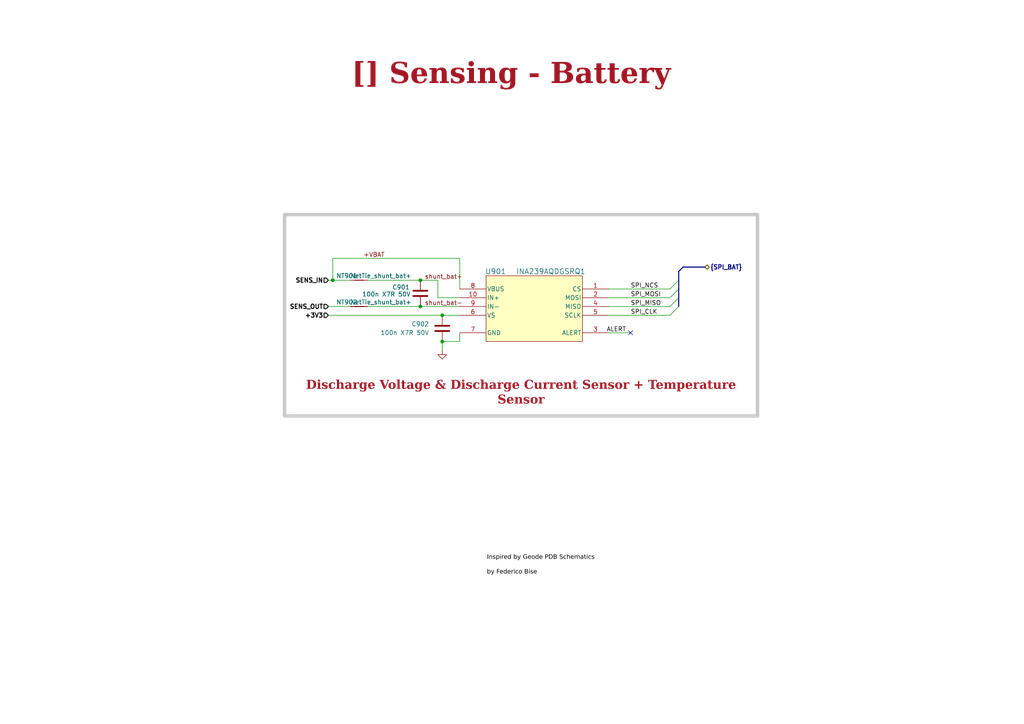
<source format=kicad_sch>
(kicad_sch (version 20231120) (generator "eeschema") (generator_version "8.0")
  (paper "A4")
  (title_block (title "Sensing - Battery") (date "Last Modified Date") (rev "${REVISION}") (company "${COMPANY}"))
  (lib_symbols
    (symbol "Charge_Manager_SYM:INA239AQDGSRQ1" (pin_names (offset 0.254))
      (property "Reference" "U901" (at 32.766 5.08 0))
      (property "Value" "INA239AQDGSRQ1" (at 16.764 5.08 0))
      (symbol "INA239AQDGSRQ1_0_1"
        (pin input line (at 0 0 0) (length 7.62) (name "CS") (number "1"))
        (pin input line (at 43.18 -2.54 180) (length 7.62) (name "IN+") (number "10"))
        (pin input line (at 0 -2.54 0) (length 7.62) (name "MOSI") (number "2"))
        (pin output line (at 0 -12.7 0) (length 7.62) (name "ALERT") (number "3"))
        (pin output line (at 0 -5.08 0) (length 7.62) (name "MISO") (number "4"))
        (pin input line (at 0 -7.62 0) (length 7.62) (name "SCLK") (number "5"))
        (pin power_in line (at 43.18 -7.62 180) (length 7.62) (name "VS") (number "6"))
        (pin power_out line (at 43.18 -12.7 180) (length 7.62) (name "GND") (number "7"))
        (pin input line (at 43.18 0 180) (length 7.62) (name "VBUS") (number "8"))
        (pin input line (at 43.18 -5.08 180) (length 7.62) (name "IN-") (number "9"))
      )
      (symbol "INA239AQDGSRQ1_1_1"
        (rectangle (start 7.62 3.81) (end 35.56 -15.24) (fill (type background)))
      )
    )
    (symbol "Device:C" (pin_numbers hide) (pin_names (offset 0.254))
      (property "Reference" "C" (at 0.635 2.54 0))
      (property "Value" "C" (at 0.635 -2.54 0))
      (symbol "C_0_1"
        (polyline (pts (xy -2.032 -0.762) (xy 2.032 -0.762)) (stroke (width 0.508)))
        (polyline (pts (xy -2.032 0.762) (xy 2.032 0.762)) (stroke (width 0.508)))
      )
      (symbol "C_1_1"
        (pin passive line (at 0 3.81 270) (length 2.794) (name "~") (number "1"))
        (pin passive line (at 0 -3.81 90) (length 2.794) (name "~") (number "2"))
      )
    )
    (symbol "Device:NetTie_2" (pin_numbers hide) (pin_names (offset 0) hide) (in_bom no)
      (property "Reference" "NT" (at 0 1.27 0))
      (property "Value" "NetTie_2" (at 0 -1.27 0))
      (symbol "NetTie_2_0_1"
        (polyline (pts (xy -1.27 0) (xy 1.27 0)) (stroke (width 0.254)))
      )
      (symbol "NetTie_2_1_1"
        (pin passive line (at -2.54 0 0) (length 2.54) (name "1") (number "1"))
        (pin passive line (at 2.54 0 180) (length 2.54) (name "2") (number "2"))
      )
    )
    (symbol "power:GND" (power) (pin_numbers hide) (pin_names (offset 0) hide)
      (property "Value" "GND" (at 0 -3.81 0))
      (symbol "GND_0_1"
        (polyline (pts (xy 0 0) (xy 0 -1.27) (xy 1.27 -1.27) (xy 0 -2.54) (xy -1.27 -1.27) (xy 0 -1.27)))
      )
      (symbol "GND_1_1"
        (pin power_in line (at 0 0 270) (length 0) (name "~") (number "1"))
      )
    )
  )
  (junction (at 128.27 91.44))
  (junction (at 128.27 99.06))
  (junction (at 121.92 88.9))
  (junction (at 96.52 81.28))
  (junction (at 121.92 81.28))
  (no_connect (at 182.88 96.52))
  (bus_entry (at 196.85 81.28) (size -2.54 2.54))
  (bus_entry (at 196.85 86.36) (size -2.54 2.54))
  (bus_entry (at 196.85 83.82) (size -2.54 2.54))
  (bus_entry (at 196.85 88.9) (size -2.54 2.54))
  (wire (pts (xy 121.92 88.9) (xy 133.35 88.9)))
  (wire (pts (xy 95.25 91.44) (xy 128.27 91.44)))
  (wire (pts (xy 96.52 74.93) (xy 133.35 74.93)))
  (wire (pts (xy 95.25 81.28) (xy 96.52 81.28)))
  (bus (pts (xy 196.85 78.74) (xy 196.85 81.28)))
  (wire (pts (xy 176.53 86.36) (xy 194.31 86.36)))
  (bus (pts (xy 196.85 86.36) (xy 196.85 83.82)))
  (wire (pts (xy 95.25 88.9) (xy 101.6 88.9)))
  (bus (pts (xy 196.85 88.9) (xy 196.85 86.36)))
  (bus (pts (xy 196.85 83.82) (xy 196.85 81.28)))
  (wire (pts (xy 176.53 83.82) (xy 194.31 83.82)))
  (wire (pts (xy 176.53 91.44) (xy 194.31 91.44)))
  (wire (pts (xy 106.68 88.9) (xy 121.92 88.9)))
  (wire (pts (xy 96.52 81.28) (xy 101.6 81.28)))
  (wire (pts (xy 96.52 74.93) (xy 96.52 81.28)))
  (wire (pts (xy 128.27 91.44) (xy 133.35 91.44)))
  (wire (pts (xy 133.35 96.52) (xy 133.35 99.06)))
  (wire (pts (xy 133.35 99.06) (xy 128.27 99.06)))
  (wire (pts (xy 127 86.36) (xy 133.35 86.36)))
  (wire (pts (xy 133.35 74.93) (xy 133.35 83.82)))
  (wire (pts (xy 128.27 99.06) (xy 128.27 101.6)))
  (bus (pts (xy 198.12 77.47) (xy 196.85 78.74)))
  (bus (pts (xy 198.12 77.47) (xy 204.47 77.47)))
  (wire (pts (xy 106.68 81.28) (xy 121.92 81.28)))
  (wire (pts (xy 176.53 88.9) (xy 194.31 88.9)))
  (wire (pts (xy 121.92 81.28) (xy 127 81.28)))
  (wire (pts (xy 127 81.28) (xy 127 86.36)))
  (wire (pts (xy 182.88 96.52) (xy 176.53 96.52)))
  (rectangle (start 82.55 62.23) (end 219.71 120.65) (stroke (width 1) (color 200 200 200 1)))
  (text_box "[${#}] ${TITLE}" (at 9.525 15.24 0) (size 277.495 12.7) (stroke (width -0.0001)) (effects (font (size 6 6) (thickness 1.2) (bold yes))))
  (text_box "Discharge Voltage & Discharge Current Sensor + Temperature Sensor" (at 82.55 111.76 0) (size 137.16 7.62) (stroke (width -0.0001)) (effects (font (size 2.54 2.54) (thickness 0.508) (bold yes)) (justify bottom)))
  (text "Inspired by Geode PDB Schematics\n\nby Federico Bise" (at 141.224 167.132 0) (effects (font (size 1.27 1.27)) (justify left bottom)))
  (label "+VBAT" (at 105.41 74.93 0) (effects (font (thickness 0.1588))) (property "Netclass" "Power Bat" (effects (hide yes))))
  (label "SPI_MISO" (at 182.88 88.9 0) (effects (font (thickness 0.1588))))
  (label "SPI_CLK" (at 182.88 91.44 0) (effects (font (thickness 0.1588))))
  (label "SPI_NCS" (at 182.88 83.82 0) (effects (font (thickness 0.1588))))
  (label "SPI_MOSI" (at 182.88 86.36 0) (effects (font (thickness 0.1588))))
  (label "ALERT" (at 181.61 96.52 180) (effects (font (thickness 0.1588))))
  (label "shunt_bat-" (at 123.19 88.9 0) (effects (font (thickness 0.1588))) (property "Netclass" "Power Bat" (effects (hide yes))))
  (label "shunt_bat+" (at 123.19 81.28 0) (effects (font (thickness 0.1588))) (property "Netclass" "Power Bat" (effects (hide yes))))
  (hierarchical_label "SENS_OUT" (shape input) (at 95.25 88.9 180) (effects (font (thickness 0.254) (bold yes))))
  (hierarchical_label "{SPI_BAT}" (shape bidirectional) (at 204.47 77.47 0) (effects (font (thickness 0.254) (bold yes))))
  (hierarchical_label "+3V3" (shape input) (at 95.25 91.44 180) (effects (font (thickness 0.254) (bold yes))) (property "Netclass" "Power 3V3" (effects (hide yes))))
  (hierarchical_label "SENS_IN" (shape input) (at 95.25 81.28 180) (effects (font (thickness 0.254) (bold yes))))
  (symbol (lib_id "Device:C") (at 128.27 95.25 0) (unit 1)
    (property "Reference" "C902" (at 124.46 93.98 0) (effects (justify right)))
    (property "Value" "100n X7R 50V" (at 124.46 96.52 0) (effects (justify right)))
    (property "Footprint" "Capacitor_SMD:C_0402_1005Metric" (effects (hide yes)))
    (property "Datasheet" "https://www.mouser.ch/datasheet/2/396/taiyo_yuden_12132018_mlcc11_hq_e-1510082.pdf" (effects (hide yes)))
    (property "Description" "Unpolarized capacitor" (effects (hide yes)))
    (property "Manufacturer Part Number" "UMK105B7104KVHF" (effects (hide yes)))
    (property "Supplier" "Mouser Electronics" (effects (hide yes)))
    (property "Manufacturer" "TAIYO YUDEN" (effects (hide yes)))
    (property "Supplier Part Number" "963-UMK105B7104KVHF" (effects (hide yes)))
  )
  (symbol (lib_id "Device:NetTie_2") (at 104.14 88.9 0) (unit 1) (in_bom no)
    (property "Reference" "NT902" (at 100.584 87.63 0))
    (property "Value" "NetTie_shunt_bat+" (at 110.49 87.63 0))
    (property "Footprint" "Charge_Manager_FP:NetTie-2_SMD_Pad0.2mm" (effects (hide yes)))
    (property "Description" "Net tie, 2 pins" (effects (hide yes)))
  )
  (symbol (lib_id "Device:C") (at 121.92 85.09 0) (mirror x) (unit 1)
    (property "Reference" "C901" (at 118.872 83.312 0) (effects (justify right)))
    (property "Value" "100n X7R 50V" (at 119.126 85.344 0) (effects (justify right)))
    (property "Footprint" "Capacitor_SMD:C_0402_1005Metric" (effects (hide yes)))
    (property "Datasheet" "https://www.mouser.ch/datasheet/2/396/taiyo_yuden_12132018_mlcc11_hq_e-1510082.pdf" (effects (hide yes)))
    (property "Description" "Unpolarized capacitor" (effects (hide yes)))
    (property "Manufacturer Part Number" "UMK105B7104KVHF" (effects (hide yes)))
    (property "Supplier" "Mouser Electronics" (effects (hide yes)))
    (property "Manufacturer" "TAIYO YUDEN" (effects (hide yes)))
    (property "Supplier Part Number" "963-UMK105B7104KVHF" (effects (hide yes)))
  )
  (symbol (lib_id "Device:NetTie_2") (at 104.14 81.28 0) (unit 1) (in_bom no)
    (property "Reference" "NT901" (at 100.584 80.01 0))
    (property "Value" "NetTie_shunt_bat+" (at 110.49 80.01 0))
    (property "Footprint" "Charge_Manager_FP:NetTie-2_SMD_Pad0.2mm" (effects (hide yes)))
    (property "Description" "Net tie, 2 pins" (effects (hide yes)))
  )
  (symbol (lib_id "power:GND") (at 128.27 101.6 0) (mirror y) (unit 1)
    (property "Reference" "#PWR0901" (effects (hide yes)))
    (property "Value" "GND" (effects (hide yes)))
    (property "Description" "Power symbol creates a global label with name \"GND\" , ground" (effects (hide yes)))
  )
  (symbol (lib_id "Charge_Manager_SYM:INA239AQDGSRQ1") (at 176.53 83.82 0) (mirror y) (unit 1)
    (property "Reference" "U901" (at 143.764 78.74 0) (effects (font (size 1.524 1.524))))
    (property "Value" "INA239AQDGSRQ1" (at 159.766 78.74 0) (effects (font (size 1.524 1.524))))
    (property "Footprint" "Charge_Manager_FP:INA239AQDGSRQ1" (effects (hide yes)))
    (property "Datasheet" "https://www.ti.com/lit/ds/symlink/ina239-q1.pdf?ts=1728748551604" (effects (hide yes)))
    (property "Description" "Contrôleurs et régulateurs de courant et de puissance AEC-Q100, 85-V, 16-bit, high-precision, SPI output current/voltage/power monitor 10-VSSOP -40 to 125" (effects (hide yes)))
    (property "Manufacturer Part Number" "INA239AQDGSRQ1" (effects (hide yes)))
    (property "Manufacturer" "Texas Instruments" (effects (hide yes)))
    (property "Supplier Part Number" "595-INA239AQDGSRQ1" (effects (hide yes)))
    (property "Supplier" "Mouser Electronics" (effects (hide yes)))
  )
)
</source>
